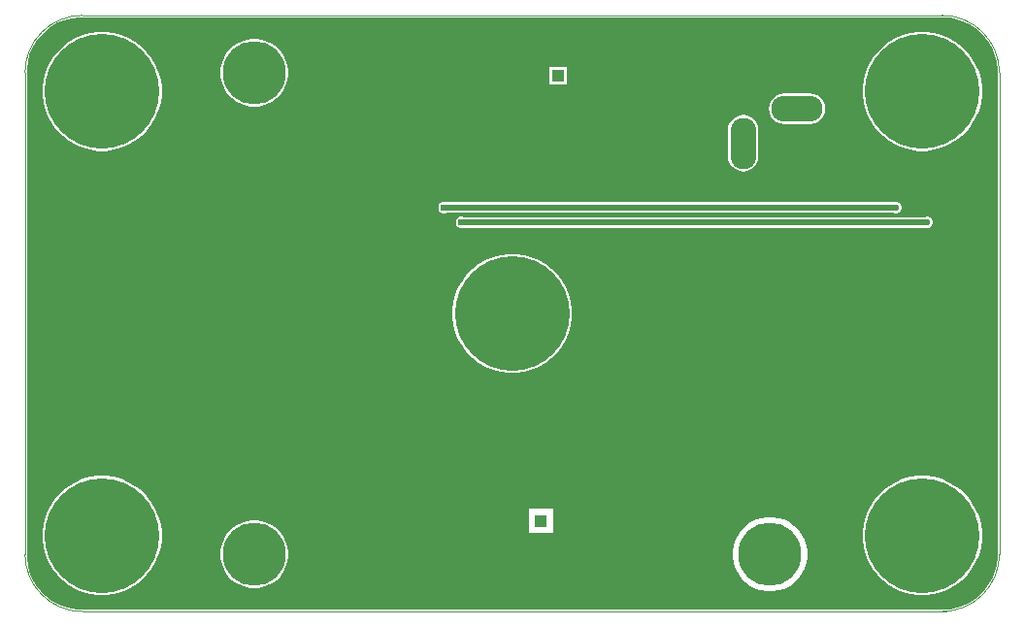
<source format=gbl>
G04*
G04 #@! TF.GenerationSoftware,Altium Limited,Altium Designer,23.9.2 (47)*
G04*
G04 Layer_Physical_Order=2*
G04 Layer_Color=16711680*
%FSAX44Y44*%
%MOMM*%
G71*
G04*
G04 #@! TF.SameCoordinates,CA360F41-C6A4-41FF-A6D1-DAC2DD7E16B6*
G04*
G04*
G04 #@! TF.FilePolarity,Positive*
G04*
G01*
G75*
%ADD54C,0.1000*%
%ADD96C,0.5000*%
%ADD101R,1.1000X1.1000*%
%ADD102C,1.1000*%
%ADD103R,1.1000X1.1000*%
%ADD104O,5.0000X2.5000*%
%ADD105O,4.5000X2.2500*%
%ADD106O,2.2500X4.5000*%
%ADD107C,5.5000*%
%ADD108C,10.0000*%
%ADD109C,0.6000*%
G36*
X01350005Y02318465D02*
X01350005D01*
D01*
X02099986Y02318465D01*
X02103115D01*
X02103391Y02318410D01*
X02103700Y02318323D01*
X02106713Y02318093D01*
X02112634Y02316886D01*
X02118360Y02314954D01*
X02123802Y02312325D01*
X02128875Y02309041D01*
X02133500Y02305152D01*
X02137607Y02300719D01*
X02141131Y02295810D01*
X02144019Y02290501D01*
X02146224Y02284875D01*
X02147714Y02279018D01*
X02148465Y02273022D01*
X02148464Y02269991D01*
Y02269991D01*
Y02269991D01*
X02148465Y01850000D01*
Y01846978D01*
X02147714Y01840982D01*
X02146225Y01835125D01*
X02144019Y01829499D01*
X02141132Y01824190D01*
X02137607Y01819281D01*
X02133501Y01814848D01*
X02128875Y01810959D01*
X02123802Y01807675D01*
X02118360Y01805046D01*
X02112634Y01803114D01*
X02106713Y01801908D01*
X02103700Y01801677D01*
X02103391Y01801590D01*
X02103115Y01801535D01*
X02099995D01*
X01350000Y01801535D01*
X01346823D01*
X01340525Y01802365D01*
X01334388Y01804009D01*
X01328519Y01806440D01*
X01323017Y01809617D01*
X01317977Y01813484D01*
X01313484Y01817977D01*
X01309617Y01823017D01*
X01306440Y01828519D01*
X01304009Y01834388D01*
X01302365Y01840525D01*
X01301535Y01846823D01*
X01301535Y01850005D01*
D01*
Y01850005D01*
X01301535Y02270005D01*
X01301535Y02273181D01*
X01302365Y02279479D01*
X01304010Y02285616D01*
X01306441Y02291485D01*
X01309618Y02296986D01*
X01313486Y02302026D01*
X01317978Y02306517D01*
X01323018Y02310384D01*
X01328520Y02313561D01*
X01334389Y02315992D01*
X01340525Y02317636D01*
X01346823Y02318465D01*
X01350005Y02318465D01*
D02*
G37*
%LPC*%
G36*
X01772500Y02275000D02*
X01757500D01*
Y02260000D01*
X01772500D01*
Y02275000D01*
D02*
G37*
G36*
X01502322Y02299500D02*
X01497678D01*
X01493092Y02298774D01*
X01488676Y02297339D01*
X01484539Y02295231D01*
X01480782Y02292501D01*
X01477499Y02289218D01*
X01474769Y02285461D01*
X01472661Y02281324D01*
X01471226Y02276908D01*
X01470500Y02272322D01*
Y02267678D01*
X01471226Y02263092D01*
X01472661Y02258676D01*
X01474769Y02254539D01*
X01477499Y02250782D01*
X01480782Y02247499D01*
X01484539Y02244769D01*
X01488676Y02242661D01*
X01493092Y02241226D01*
X01497678Y02240500D01*
X01502322D01*
X01506908Y02241226D01*
X01511324Y02242661D01*
X01515461Y02244769D01*
X01519218Y02247499D01*
X01522501Y02250782D01*
X01525231Y02254539D01*
X01527339Y02258676D01*
X01528774Y02263092D01*
X01529500Y02267678D01*
Y02272322D01*
X01528774Y02276908D01*
X01527339Y02281324D01*
X01525231Y02285461D01*
X01522501Y02289218D01*
X01519218Y02292501D01*
X01515461Y02295231D01*
X01511324Y02297339D01*
X01506908Y02298774D01*
X01502322Y02299500D01*
D02*
G37*
G36*
X01984750Y02251864D02*
X01962250D01*
X01958791Y02251409D01*
X01955568Y02250074D01*
X01952800Y02247950D01*
X01950676Y02245182D01*
X01949341Y02241959D01*
X01948886Y02238500D01*
X01949341Y02235041D01*
X01950676Y02231818D01*
X01952800Y02229050D01*
X01955568Y02226926D01*
X01958791Y02225591D01*
X01962250Y02225136D01*
X01984750D01*
X01988209Y02225591D01*
X01991432Y02226926D01*
X01994200Y02229050D01*
X01996324Y02231818D01*
X01997659Y02235041D01*
X01998114Y02238500D01*
X01997659Y02241959D01*
X01996324Y02245182D01*
X01994200Y02247950D01*
X01991432Y02250074D01*
X01988209Y02251409D01*
X01984750Y02251864D01*
D02*
G37*
G36*
X02086158Y02305750D02*
X02079342D01*
X02072583Y02304860D01*
X02065999Y02303096D01*
X02059702Y02300487D01*
X02053798Y02297079D01*
X02048390Y02292930D01*
X02043570Y02288109D01*
X02039421Y02282702D01*
X02036013Y02276798D01*
X02033404Y02270501D01*
X02031640Y02263916D01*
X02030750Y02257158D01*
Y02250342D01*
X02031640Y02243584D01*
X02033404Y02236999D01*
X02036013Y02230702D01*
X02039421Y02224798D01*
X02043570Y02219391D01*
X02048390Y02214570D01*
X02053798Y02210421D01*
X02059702Y02207013D01*
X02065999Y02204404D01*
X02072583Y02202640D01*
X02079342Y02201750D01*
X02086158D01*
X02092917Y02202640D01*
X02099501Y02204404D01*
X02105798Y02207013D01*
X02111702Y02210421D01*
X02117110Y02214570D01*
X02121929Y02219391D01*
X02126079Y02224798D01*
X02129487Y02230702D01*
X02132096Y02236999D01*
X02133860Y02243584D01*
X02134750Y02250342D01*
Y02257158D01*
X02133860Y02263916D01*
X02132096Y02270501D01*
X02129487Y02276798D01*
X02126079Y02282702D01*
X02121929Y02288109D01*
X02117110Y02292930D01*
X02111702Y02297079D01*
X02105798Y02300487D01*
X02099501Y02303096D01*
X02092917Y02304860D01*
X02086158Y02305750D01*
D02*
G37*
G36*
X01370658D02*
X01363842D01*
X01357083Y02304860D01*
X01350499Y02303096D01*
X01344202Y02300487D01*
X01338298Y02297079D01*
X01332890Y02292930D01*
X01328070Y02288109D01*
X01323921Y02282702D01*
X01320513Y02276798D01*
X01317904Y02270501D01*
X01316140Y02263916D01*
X01315250Y02257158D01*
Y02250342D01*
X01316140Y02243584D01*
X01317904Y02236999D01*
X01320513Y02230702D01*
X01323921Y02224798D01*
X01328070Y02219391D01*
X01332890Y02214570D01*
X01338298Y02210421D01*
X01344202Y02207013D01*
X01350499Y02204404D01*
X01357083Y02202640D01*
X01363842Y02201750D01*
X01370658D01*
X01377417Y02202640D01*
X01384001Y02204404D01*
X01390298Y02207013D01*
X01396202Y02210421D01*
X01401609Y02214570D01*
X01406429Y02219391D01*
X01410579Y02224798D01*
X01413987Y02230702D01*
X01416596Y02236999D01*
X01418360Y02243584D01*
X01419250Y02250342D01*
Y02257158D01*
X01418360Y02263916D01*
X01416596Y02270501D01*
X01413987Y02276798D01*
X01410579Y02282702D01*
X01406429Y02288109D01*
X01401609Y02292930D01*
X01396202Y02297079D01*
X01390298Y02300487D01*
X01384001Y02303096D01*
X01377417Y02304860D01*
X01370658Y02305750D01*
D02*
G37*
G36*
X01926500Y02233114D02*
X01923041Y02232659D01*
X01919818Y02231324D01*
X01917050Y02229200D01*
X01914926Y02226432D01*
X01913591Y02223209D01*
X01913136Y02219750D01*
Y02197250D01*
X01913591Y02193791D01*
X01914926Y02190568D01*
X01917050Y02187800D01*
X01919818Y02185676D01*
X01923041Y02184341D01*
X01926500Y02183886D01*
X01929959Y02184341D01*
X01933182Y02185676D01*
X01935950Y02187800D01*
X01938074Y02190568D01*
X01939409Y02193791D01*
X01939864Y02197250D01*
Y02219750D01*
X01939409Y02223209D01*
X01938074Y02226432D01*
X01935950Y02229200D01*
X01933182Y02231324D01*
X01929959Y02232659D01*
X01926500Y02233114D01*
D02*
G37*
G36*
X02060495Y02157500D02*
X02058505D01*
X02057511Y02157088D01*
X01667489D01*
X01666495Y02157500D01*
X01664505D01*
X01662668Y02156739D01*
X01661261Y02155332D01*
X01660500Y02153495D01*
Y02151505D01*
X01661261Y02149668D01*
X01662668Y02148261D01*
X01664505Y02147500D01*
X01666495D01*
X01667489Y02147912D01*
X02057511D01*
X02058505Y02147500D01*
X02060495D01*
X02062332Y02148261D01*
X02063739Y02149668D01*
X02064500Y02151505D01*
Y02153495D01*
X02063739Y02155332D01*
X02062332Y02156739D01*
X02060495Y02157500D01*
D02*
G37*
G36*
X02087995Y02144500D02*
X02086005D01*
X02084709Y02143963D01*
X01682437D01*
X01681745Y02144250D01*
X01679755D01*
X01677918Y02143489D01*
X01676511Y02142082D01*
X01675750Y02140245D01*
Y02138255D01*
X01676511Y02136418D01*
X01677918Y02135011D01*
X01679755Y02134250D01*
X01681745D01*
X01683041Y02134787D01*
X02085313D01*
X02086005Y02134500D01*
X02087995D01*
X02089832Y02135261D01*
X02091239Y02136668D01*
X02092000Y02138506D01*
Y02140495D01*
X02091239Y02142332D01*
X02089832Y02143739D01*
X02087995Y02144500D01*
D02*
G37*
G36*
X01728408Y02112000D02*
X01721592D01*
X01714834Y02111110D01*
X01708249Y02109346D01*
X01701952Y02106737D01*
X01696048Y02103329D01*
X01690640Y02099180D01*
X01685820Y02094359D01*
X01681671Y02088952D01*
X01678262Y02083048D01*
X01675654Y02076751D01*
X01673890Y02070166D01*
X01673000Y02063408D01*
Y02056592D01*
X01673890Y02049834D01*
X01675654Y02043249D01*
X01678262Y02036952D01*
X01681671Y02031048D01*
X01685820Y02025640D01*
X01690640Y02020820D01*
X01696048Y02016671D01*
X01701952Y02013262D01*
X01708249Y02010654D01*
X01714834Y02008890D01*
X01721592Y02008000D01*
X01728408D01*
X01735166Y02008890D01*
X01741751Y02010654D01*
X01748048Y02013262D01*
X01753952Y02016671D01*
X01759359Y02020820D01*
X01764180Y02025640D01*
X01768329Y02031048D01*
X01771737Y02036952D01*
X01774346Y02043249D01*
X01776110Y02049834D01*
X01777000Y02056592D01*
Y02063408D01*
X01776110Y02070166D01*
X01774346Y02076751D01*
X01771737Y02083048D01*
X01768329Y02088952D01*
X01764180Y02094359D01*
X01759359Y02099180D01*
X01753952Y02103329D01*
X01748048Y02106737D01*
X01741751Y02109346D01*
X01735166Y02111110D01*
X01728408Y02112000D01*
D02*
G37*
G36*
X01760500Y01889500D02*
X01739500D01*
Y01868500D01*
X01760500D01*
Y01889500D01*
D02*
G37*
G36*
X01502322Y01879500D02*
X01497678D01*
X01493092Y01878774D01*
X01488676Y01877339D01*
X01484539Y01875231D01*
X01480782Y01872501D01*
X01477499Y01869218D01*
X01474769Y01865461D01*
X01472661Y01861324D01*
X01471226Y01856908D01*
X01470500Y01852322D01*
Y01847678D01*
X01471226Y01843092D01*
X01472661Y01838676D01*
X01474769Y01834539D01*
X01477499Y01830782D01*
X01480782Y01827499D01*
X01484539Y01824769D01*
X01488676Y01822661D01*
X01493092Y01821226D01*
X01497678Y01820500D01*
X01502322D01*
X01506908Y01821226D01*
X01511324Y01822661D01*
X01515461Y01824769D01*
X01519218Y01827499D01*
X01522501Y01830782D01*
X01525231Y01834539D01*
X01527339Y01838676D01*
X01528774Y01843092D01*
X01529500Y01847678D01*
Y01852322D01*
X01528774Y01856908D01*
X01527339Y01861324D01*
X01525231Y01865461D01*
X01522501Y01869218D01*
X01519218Y01872501D01*
X01515461Y01875231D01*
X01511324Y01877339D01*
X01506908Y01878774D01*
X01502322Y01879500D01*
D02*
G37*
G36*
X01952558Y01882500D02*
X01947442D01*
X01942390Y01881700D01*
X01937524Y01880119D01*
X01932966Y01877796D01*
X01928828Y01874790D01*
X01925210Y01871172D01*
X01922204Y01867034D01*
X01919881Y01862476D01*
X01918300Y01857610D01*
X01917500Y01852558D01*
Y01847442D01*
X01918300Y01842390D01*
X01919881Y01837524D01*
X01922204Y01832966D01*
X01925210Y01828828D01*
X01928828Y01825210D01*
X01932966Y01822204D01*
X01937524Y01819881D01*
X01942390Y01818300D01*
X01947442Y01817500D01*
X01952558D01*
X01957610Y01818300D01*
X01962476Y01819881D01*
X01967034Y01822204D01*
X01971172Y01825210D01*
X01974790Y01828828D01*
X01977796Y01832966D01*
X01980119Y01837524D01*
X01981700Y01842390D01*
X01982500Y01847442D01*
Y01852558D01*
X01981700Y01857610D01*
X01980119Y01862476D01*
X01977796Y01867034D01*
X01974790Y01871172D01*
X01971172Y01874790D01*
X01967034Y01877796D01*
X01962476Y01880119D01*
X01957610Y01881700D01*
X01952558Y01882500D01*
D02*
G37*
G36*
X02086158Y01918250D02*
X02079342D01*
X02072583Y01917360D01*
X02065999Y01915596D01*
X02059702Y01912987D01*
X02053798Y01909579D01*
X02048390Y01905430D01*
X02043570Y01900609D01*
X02039421Y01895202D01*
X02036013Y01889298D01*
X02033404Y01883001D01*
X02031640Y01876416D01*
X02030750Y01869658D01*
Y01862842D01*
X02031640Y01856084D01*
X02033404Y01849499D01*
X02036013Y01843202D01*
X02039421Y01837298D01*
X02043570Y01831890D01*
X02048390Y01827070D01*
X02053798Y01822921D01*
X02059702Y01819512D01*
X02065999Y01816904D01*
X02072583Y01815140D01*
X02079342Y01814250D01*
X02086158D01*
X02092917Y01815140D01*
X02099501Y01816904D01*
X02105798Y01819512D01*
X02111702Y01822921D01*
X02117110Y01827070D01*
X02121929Y01831890D01*
X02126079Y01837298D01*
X02129487Y01843202D01*
X02132096Y01849499D01*
X02133860Y01856084D01*
X02134750Y01862842D01*
Y01869658D01*
X02133860Y01876416D01*
X02132096Y01883001D01*
X02129487Y01889298D01*
X02126079Y01895202D01*
X02121929Y01900609D01*
X02117110Y01905430D01*
X02111702Y01909579D01*
X02105798Y01912987D01*
X02099501Y01915596D01*
X02092917Y01917360D01*
X02086158Y01918250D01*
D02*
G37*
G36*
X01370658D02*
X01363842D01*
X01357083Y01917360D01*
X01350499Y01915596D01*
X01344202Y01912987D01*
X01338298Y01909579D01*
X01332890Y01905430D01*
X01328070Y01900609D01*
X01323921Y01895202D01*
X01320513Y01889298D01*
X01317904Y01883001D01*
X01316140Y01876416D01*
X01315250Y01869658D01*
Y01862842D01*
X01316140Y01856084D01*
X01317904Y01849499D01*
X01320513Y01843202D01*
X01323921Y01837298D01*
X01328070Y01831890D01*
X01332890Y01827070D01*
X01338298Y01822921D01*
X01344202Y01819512D01*
X01350499Y01816904D01*
X01357083Y01815140D01*
X01363842Y01814250D01*
X01370658D01*
X01377417Y01815140D01*
X01384001Y01816904D01*
X01390298Y01819512D01*
X01396202Y01822921D01*
X01401609Y01827070D01*
X01406429Y01831890D01*
X01410579Y01837298D01*
X01413987Y01843202D01*
X01416596Y01849499D01*
X01418360Y01856084D01*
X01419250Y01862842D01*
Y01869658D01*
X01418360Y01876416D01*
X01416596Y01883001D01*
X01413987Y01889298D01*
X01410579Y01895202D01*
X01406429Y01900609D01*
X01401609Y01905430D01*
X01396202Y01909579D01*
X01390298Y01912987D01*
X01384001Y01915596D01*
X01377417Y01917360D01*
X01370658Y01918250D01*
D02*
G37*
%LPD*%
D54*
X02150000Y02270000D02*
G03*
X02100000Y02320000I-00050000J00000000D01*
G01*
X02100000Y01800000D02*
G03*
X02150000Y01850000I00000000J00050000D01*
G01*
X01350000Y02320000D02*
G03*
X01300000Y02270000I00000000J-00050000D01*
G01*
X01300000Y01850000D02*
G03*
X01350000Y01800000I00050000J00000000D01*
G01*
X02150000Y02270000D02*
X02150000Y01850000D01*
X01350000Y02320000D02*
X02103500Y02320000D01*
X01300000Y02270000D02*
X01300000Y01850000D01*
X01350000Y01800000D02*
X02103500Y01800000D01*
D96*
X01665500Y02152500D02*
X02059500D01*
X01680750Y02139250D02*
X01680875Y02139375D01*
X02086875D01*
X02087000Y02139500D01*
D101*
X01750000Y01879000D02*
D03*
D102*
X01700000D02*
D03*
X01765000Y02242500D02*
D03*
D103*
Y02267500D02*
D03*
D104*
X01973500Y02178500D02*
D03*
D105*
Y02238500D02*
D03*
D106*
X01926500Y02208500D02*
D03*
D107*
X01500000Y01850000D02*
D03*
Y02270000D02*
D03*
X01600000Y01850000D02*
D03*
Y02270000D02*
D03*
X01950000Y01850000D02*
D03*
X01850000D02*
D03*
D108*
X01725000Y02060000D02*
D03*
X02082750Y02253750D02*
D03*
Y01866250D02*
D03*
X01367250Y02253750D02*
D03*
Y01866250D02*
D03*
D109*
X01775000Y02000000D02*
D03*
Y01975000D02*
D03*
X01750000Y02000000D02*
D03*
Y01975000D02*
D03*
X01650000Y01950000D02*
D03*
Y01925000D02*
D03*
Y01900000D02*
D03*
Y01875000D02*
D03*
Y01850000D02*
D03*
Y01825000D02*
D03*
X01800000D02*
D03*
Y01850000D02*
D03*
X01900000Y01825000D02*
D03*
Y01850000D02*
D03*
X02000000Y01825000D02*
D03*
Y01850000D02*
D03*
Y01900000D02*
D03*
Y01875000D02*
D03*
X01675000Y02300000D02*
D03*
X01650000D02*
D03*
X01675000Y02275000D02*
D03*
X01650000D02*
D03*
X01675000Y02250000D02*
D03*
X01650000D02*
D03*
X02000000Y02275000D02*
D03*
X01900000D02*
D03*
X01925000D02*
D03*
X01950000D02*
D03*
X01975000D02*
D03*
X02000000Y02125000D02*
D03*
X02025000D02*
D03*
X01900000D02*
D03*
X01950000D02*
D03*
X01975000D02*
D03*
X02100000Y02200000D02*
D03*
Y02175000D02*
D03*
Y02150000D02*
D03*
Y02125000D02*
D03*
X02125000Y02100000D02*
D03*
Y02200000D02*
D03*
Y02175000D02*
D03*
Y02150000D02*
D03*
Y02125000D02*
D03*
X01650000Y01975000D02*
D03*
X01675000D02*
D03*
X01650000Y02000000D02*
D03*
X01675000D02*
D03*
X01700000D02*
D03*
Y01975000D02*
D03*
X01725000D02*
D03*
Y02000000D02*
D03*
X01600000D02*
D03*
Y01975000D02*
D03*
X01625000Y02000000D02*
D03*
Y01975000D02*
D03*
Y01950000D02*
D03*
X01600000D02*
D03*
Y02100000D02*
D03*
Y02075000D02*
D03*
X01625000Y02100000D02*
D03*
Y02075000D02*
D03*
Y02050000D02*
D03*
X01600000D02*
D03*
Y02025000D02*
D03*
X01625000D02*
D03*
X01475000Y02125000D02*
D03*
Y02150000D02*
D03*
X01500000D02*
D03*
Y02125000D02*
D03*
X01525000D02*
D03*
X01550000D02*
D03*
X01525000Y02150000D02*
D03*
X01550000D02*
D03*
X01450000Y02275000D02*
D03*
Y02250000D02*
D03*
Y02225000D02*
D03*
X01475000Y01975000D02*
D03*
X01450000D02*
D03*
Y01950000D02*
D03*
Y01925000D02*
D03*
X01475000Y01950000D02*
D03*
Y01925000D02*
D03*
X01425000D02*
D03*
Y01950000D02*
D03*
X01400000Y01925000D02*
D03*
Y01950000D02*
D03*
X01375000Y01925000D02*
D03*
Y01950000D02*
D03*
Y01975000D02*
D03*
X01400000D02*
D03*
X01425000D02*
D03*
Y02000000D02*
D03*
X01400000D02*
D03*
X01375000D02*
D03*
X01350000Y02175000D02*
D03*
Y02150000D02*
D03*
Y02125000D02*
D03*
Y02100000D02*
D03*
Y02075000D02*
D03*
Y02050000D02*
D03*
Y02025000D02*
D03*
Y02000000D02*
D03*
Y01975000D02*
D03*
Y01950000D02*
D03*
Y01925000D02*
D03*
X01325000Y02175000D02*
D03*
Y02150000D02*
D03*
Y02125000D02*
D03*
Y02100000D02*
D03*
Y02075000D02*
D03*
Y02050000D02*
D03*
Y02025000D02*
D03*
Y02000000D02*
D03*
Y01975000D02*
D03*
Y01950000D02*
D03*
Y01925000D02*
D03*
X01665500Y02152500D02*
D03*
X02087000Y02139500D02*
D03*
X01680750Y02139250D02*
D03*
X02059500Y02152500D02*
D03*
M02*

</source>
